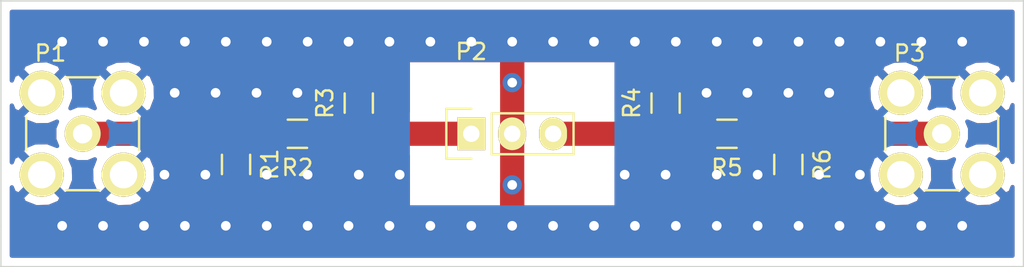
<source format=kicad_pcb>
(kicad_pcb (version 4) (host pcbnew 4.0.2-stable)

  (general
    (links 0)
    (no_connects 1)
    (area 113.176191 130.759999 177.65381 147.370001)
    (thickness 1.6)
    (drawings 10)
    (tracks 16)
    (zones 0)
    (modules 77)
    (nets 6)
  )

  (page A4)
  (layers
    (0 F.Cu signal)
    (31 B.Cu signal)
    (32 B.Adhes user hide)
    (33 F.Adhes user hide)
    (34 B.Paste user hide)
    (35 F.Paste user hide)
    (36 B.SilkS user)
    (37 F.SilkS user)
    (38 B.Mask user hide)
    (39 F.Mask user hide)
    (40 Dwgs.User user)
    (41 Cmts.User user)
    (42 Eco1.User user)
    (43 Eco2.User user)
    (44 Edge.Cuts user)
    (45 Margin user)
    (46 B.CrtYd user)
    (47 F.CrtYd user)
    (48 B.Fab user)
    (49 F.Fab user)
  )

  (setup
    (last_trace_width 0.25)
    (trace_clearance 0.2)
    (zone_clearance 0.508)
    (zone_45_only no)
    (trace_min 0.2)
    (segment_width 0.2)
    (edge_width 0.15)
    (via_size 0.6)
    (via_drill 0.4)
    (via_min_size 0.4)
    (via_min_drill 0.3)
    (uvia_size 0.3)
    (uvia_drill 0.1)
    (uvias_allowed no)
    (uvia_min_size 0.2)
    (uvia_min_drill 0.1)
    (pcb_text_width 0.3)
    (pcb_text_size 1.5 1.5)
    (mod_edge_width 0.15)
    (mod_text_size 1 1)
    (mod_text_width 0.15)
    (pad_size 1.2 1.2)
    (pad_drill 0.6)
    (pad_to_mask_clearance 0.2)
    (aux_axis_origin 0 0)
    (visible_elements FFFEFF7F)
    (pcbplotparams
      (layerselection 0x00000_80000000)
      (usegerberextensions false)
      (excludeedgelayer false)
      (linewidth 0.100000)
      (plotframeref false)
      (viasonmask false)
      (mode 1)
      (useauxorigin false)
      (hpglpennumber 1)
      (hpglpenspeed 20)
      (hpglpendiameter 15)
      (hpglpenoverlay 2)
      (psnegative false)
      (psa4output false)
      (plotreference false)
      (plotvalue false)
      (plotinvisibletext false)
      (padsonsilk false)
      (subtractmaskfromsilk false)
      (outputformat 4)
      (mirror false)
      (drillshape 1)
      (scaleselection 1)
      (outputdirectory SVG/))
  )

  (net 0 "")
  (net 1 GND)
  (net 2 "Net-(P1-Pad1)")
  (net 3 "Net-(P2-Pad1)")
  (net 4 "Net-(P2-Pad3)")
  (net 5 "Net-(P3-Pad1)")

  (net_class Default "This is the default net class."
    (clearance 0.2)
    (trace_width 0.25)
    (via_dia 0.6)
    (via_drill 0.4)
    (uvia_dia 0.3)
    (uvia_drill 0.1)
    (add_net GND)
    (add_net "Net-(P1-Pad1)")
    (add_net "Net-(P2-Pad1)")
    (add_net "Net-(P2-Pad3)")
    (add_net "Net-(P3-Pad1)")
  )

  (module vias:Via_12-06 (layer F.Cu) (tedit 57AEE8BF) (tstamp 57AEEB31)
    (at 145.415 142.24)
    (fp_text reference REF** (at 0 1.27) (layer F.SilkS) hide
      (effects (font (size 1 1) (thickness 0.15)))
    )
    (fp_text value Via_12-06 (at 0 -1.27) (layer F.Fab) hide
      (effects (font (size 1 1) (thickness 0.15)))
    )
    (pad 1 thru_hole circle (at 0 0) (size 1.2 1.2) (drill 0.6) (layers *.Cu)
      (net 1 GND) (zone_connect 2))
  )

  (module vias:Via_12-06 (layer F.Cu) (tedit 57AEE8BF) (tstamp 57AEEB2C)
    (at 145.415 135.89)
    (fp_text reference REF** (at 0 1.27) (layer F.SilkS) hide
      (effects (font (size 1 1) (thickness 0.15)))
    )
    (fp_text value Via_12-06 (at 0 -1.27) (layer F.Fab) hide
      (effects (font (size 1 1) (thickness 0.15)))
    )
    (pad 1 thru_hole circle (at 0 0) (size 1.2 1.2) (drill 0.6) (layers *.Cu)
      (net 1 GND) (zone_connect 2))
  )

  (module vias:Via_12-06 (layer F.Cu) (tedit 57AEE8BF) (tstamp 57AEEB02)
    (at 165.1 136.525)
    (fp_text reference REF** (at 0 1.27) (layer F.SilkS) hide
      (effects (font (size 1 1) (thickness 0.15)))
    )
    (fp_text value Via_12-06 (at 0 -1.27) (layer F.Fab) hide
      (effects (font (size 1 1) (thickness 0.15)))
    )
    (pad 1 thru_hole circle (at 0 0) (size 1.2 1.2) (drill 0.6) (layers *.Cu)
      (net 1 GND) (zone_connect 2))
  )

  (module vias:Via_12-06 (layer F.Cu) (tedit 57AEE8BF) (tstamp 57AEEAFE)
    (at 162.56 136.525)
    (fp_text reference REF** (at 0 1.27) (layer F.SilkS) hide
      (effects (font (size 1 1) (thickness 0.15)))
    )
    (fp_text value Via_12-06 (at 0 -1.27) (layer F.Fab) hide
      (effects (font (size 1 1) (thickness 0.15)))
    )
    (pad 1 thru_hole circle (at 0 0) (size 1.2 1.2) (drill 0.6) (layers *.Cu)
      (net 1 GND) (zone_connect 2))
  )

  (module vias:Via_12-06 (layer F.Cu) (tedit 57AEE8BF) (tstamp 57AEEAFA)
    (at 160.02 136.525)
    (fp_text reference REF** (at 0 1.27) (layer F.SilkS) hide
      (effects (font (size 1 1) (thickness 0.15)))
    )
    (fp_text value Via_12-06 (at 0 -1.27) (layer F.Fab) hide
      (effects (font (size 1 1) (thickness 0.15)))
    )
    (pad 1 thru_hole circle (at 0 0) (size 1.2 1.2) (drill 0.6) (layers *.Cu)
      (net 1 GND) (zone_connect 2))
  )

  (module vias:Via_12-06 (layer F.Cu) (tedit 57AEE8BF) (tstamp 57AEEAF6)
    (at 157.48 136.525)
    (fp_text reference REF** (at 0 1.27) (layer F.SilkS) hide
      (effects (font (size 1 1) (thickness 0.15)))
    )
    (fp_text value Via_12-06 (at 0 -1.27) (layer F.Fab) hide
      (effects (font (size 1 1) (thickness 0.15)))
    )
    (pad 1 thru_hole circle (at 0 0) (size 1.2 1.2) (drill 0.6) (layers *.Cu)
      (net 1 GND) (zone_connect 2))
  )

  (module vias:Via_12-06 (layer F.Cu) (tedit 57AEE8BF) (tstamp 57AEEAF2)
    (at 132.08 136.525)
    (fp_text reference REF** (at 0 1.27) (layer F.SilkS) hide
      (effects (font (size 1 1) (thickness 0.15)))
    )
    (fp_text value Via_12-06 (at 0 -1.27) (layer F.Fab) hide
      (effects (font (size 1 1) (thickness 0.15)))
    )
    (pad 1 thru_hole circle (at 0 0) (size 1.2 1.2) (drill 0.6) (layers *.Cu)
      (net 1 GND) (zone_connect 2))
  )

  (module vias:Via_12-06 (layer F.Cu) (tedit 57AEE8BF) (tstamp 57AEEAEE)
    (at 129.54 136.525)
    (fp_text reference REF** (at 0 1.27) (layer F.SilkS) hide
      (effects (font (size 1 1) (thickness 0.15)))
    )
    (fp_text value Via_12-06 (at 0 -1.27) (layer F.Fab) hide
      (effects (font (size 1 1) (thickness 0.15)))
    )
    (pad 1 thru_hole circle (at 0 0) (size 1.2 1.2) (drill 0.6) (layers *.Cu)
      (net 1 GND) (zone_connect 2))
  )

  (module vias:Via_12-06 (layer F.Cu) (tedit 57AEE8BF) (tstamp 57AEEAE4)
    (at 127 136.525)
    (fp_text reference REF** (at 0 1.27) (layer F.SilkS) hide
      (effects (font (size 1 1) (thickness 0.15)))
    )
    (fp_text value Via_12-06 (at 0 -1.27) (layer F.Fab) hide
      (effects (font (size 1 1) (thickness 0.15)))
    )
    (pad 1 thru_hole circle (at 0 0) (size 1.2 1.2) (drill 0.6) (layers *.Cu)
      (net 1 GND) (zone_connect 2))
  )

  (module vias:Via_12-06 (layer F.Cu) (tedit 57AEE8BF) (tstamp 57AEEADA)
    (at 124.46 136.525)
    (fp_text reference REF** (at 0 1.27) (layer F.SilkS) hide
      (effects (font (size 1 1) (thickness 0.15)))
    )
    (fp_text value Via_12-06 (at 0 -1.27) (layer F.Fab) hide
      (effects (font (size 1 1) (thickness 0.15)))
    )
    (pad 1 thru_hole circle (at 0 0) (size 1.2 1.2) (drill 0.6) (layers *.Cu)
      (net 1 GND) (zone_connect 2))
  )

  (module vias:Via_12-06 (layer F.Cu) (tedit 57AEE8BF) (tstamp 57AEEAB4)
    (at 125.095 133.35)
    (fp_text reference REF** (at 0 1.27) (layer F.SilkS) hide
      (effects (font (size 1 1) (thickness 0.15)))
    )
    (fp_text value Via_12-06 (at 0 -1.27) (layer F.Fab) hide
      (effects (font (size 1 1) (thickness 0.15)))
    )
    (pad 1 thru_hole circle (at 0 0) (size 1.2 1.2) (drill 0.6) (layers *.Cu)
      (net 1 GND) (zone_connect 2))
  )

  (module vias:Via_12-06 (layer F.Cu) (tedit 57AEE8BF) (tstamp 57AEEAB0)
    (at 122.555 133.35)
    (fp_text reference REF** (at 0 1.27) (layer F.SilkS) hide
      (effects (font (size 1 1) (thickness 0.15)))
    )
    (fp_text value Via_12-06 (at 0 -1.27) (layer F.Fab) hide
      (effects (font (size 1 1) (thickness 0.15)))
    )
    (pad 1 thru_hole circle (at 0 0) (size 1.2 1.2) (drill 0.6) (layers *.Cu)
      (net 1 GND) (zone_connect 2))
  )

  (module vias:Via_12-06 (layer F.Cu) (tedit 57AEE8BF) (tstamp 57AEEAAC)
    (at 117.475 133.35)
    (fp_text reference REF** (at 0 1.27) (layer F.SilkS) hide
      (effects (font (size 1 1) (thickness 0.15)))
    )
    (fp_text value Via_12-06 (at 0 -1.27) (layer F.Fab) hide
      (effects (font (size 1 1) (thickness 0.15)))
    )
    (pad 1 thru_hole circle (at 0 0) (size 1.2 1.2) (drill 0.6) (layers *.Cu)
      (net 1 GND) (zone_connect 2))
  )

  (module vias:Via_12-06 (layer F.Cu) (tedit 57AEE8BF) (tstamp 57AEEAA8)
    (at 120.015 133.35)
    (fp_text reference REF** (at 0 1.27) (layer F.SilkS) hide
      (effects (font (size 1 1) (thickness 0.15)))
    )
    (fp_text value Via_12-06 (at 0 -1.27) (layer F.Fab) hide
      (effects (font (size 1 1) (thickness 0.15)))
    )
    (pad 1 thru_hole circle (at 0 0) (size 1.2 1.2) (drill 0.6) (layers *.Cu)
      (net 1 GND) (zone_connect 2))
  )

  (module vias:Via_12-06 (layer F.Cu) (tedit 57AEE8BF) (tstamp 57AEEAA4)
    (at 132.715 133.35)
    (fp_text reference REF** (at 0 1.27) (layer F.SilkS) hide
      (effects (font (size 1 1) (thickness 0.15)))
    )
    (fp_text value Via_12-06 (at 0 -1.27) (layer F.Fab) hide
      (effects (font (size 1 1) (thickness 0.15)))
    )
    (pad 1 thru_hole circle (at 0 0) (size 1.2 1.2) (drill 0.6) (layers *.Cu)
      (net 1 GND) (zone_connect 2))
  )

  (module vias:Via_12-06 (layer F.Cu) (tedit 57AEE8BF) (tstamp 57AEEAA0)
    (at 130.175 133.35)
    (fp_text reference REF** (at 0 1.27) (layer F.SilkS) hide
      (effects (font (size 1 1) (thickness 0.15)))
    )
    (fp_text value Via_12-06 (at 0 -1.27) (layer F.Fab) hide
      (effects (font (size 1 1) (thickness 0.15)))
    )
    (pad 1 thru_hole circle (at 0 0) (size 1.2 1.2) (drill 0.6) (layers *.Cu)
      (net 1 GND) (zone_connect 2))
  )

  (module vias:Via_12-06 (layer F.Cu) (tedit 57AEE8BF) (tstamp 57AEEA9C)
    (at 127.635 133.35)
    (fp_text reference REF** (at 0 1.27) (layer F.SilkS) hide
      (effects (font (size 1 1) (thickness 0.15)))
    )
    (fp_text value Via_12-06 (at 0 -1.27) (layer F.Fab) hide
      (effects (font (size 1 1) (thickness 0.15)))
    )
    (pad 1 thru_hole circle (at 0 0) (size 1.2 1.2) (drill 0.6) (layers *.Cu)
      (net 1 GND) (zone_connect 2))
  )

  (module vias:Via_12-06 (layer F.Cu) (tedit 57AEE8BF) (tstamp 57AEEA98)
    (at 165.735 133.35)
    (fp_text reference REF** (at 0 1.27) (layer F.SilkS) hide
      (effects (font (size 1 1) (thickness 0.15)))
    )
    (fp_text value Via_12-06 (at 0 -1.27) (layer F.Fab) hide
      (effects (font (size 1 1) (thickness 0.15)))
    )
    (pad 1 thru_hole circle (at 0 0) (size 1.2 1.2) (drill 0.6) (layers *.Cu)
      (net 1 GND) (zone_connect 2))
  )

  (module vias:Via_12-06 (layer F.Cu) (tedit 57AEE8BF) (tstamp 57AEEA94)
    (at 163.195 133.35)
    (fp_text reference REF** (at 0 1.27) (layer F.SilkS) hide
      (effects (font (size 1 1) (thickness 0.15)))
    )
    (fp_text value Via_12-06 (at 0 -1.27) (layer F.Fab) hide
      (effects (font (size 1 1) (thickness 0.15)))
    )
    (pad 1 thru_hole circle (at 0 0) (size 1.2 1.2) (drill 0.6) (layers *.Cu)
      (net 1 GND) (zone_connect 2))
  )

  (module vias:Via_12-06 (layer F.Cu) (tedit 57AEE8BF) (tstamp 57AEEA90)
    (at 160.655 133.35)
    (fp_text reference REF** (at 0 1.27) (layer F.SilkS) hide
      (effects (font (size 1 1) (thickness 0.15)))
    )
    (fp_text value Via_12-06 (at 0 -1.27) (layer F.Fab) hide
      (effects (font (size 1 1) (thickness 0.15)))
    )
    (pad 1 thru_hole circle (at 0 0) (size 1.2 1.2) (drill 0.6) (layers *.Cu)
      (net 1 GND) (zone_connect 2))
  )

  (module vias:Via_12-06 (layer F.Cu) (tedit 57AEE8BF) (tstamp 57AEEA8C)
    (at 158.115 133.35)
    (fp_text reference REF** (at 0 1.27) (layer F.SilkS) hide
      (effects (font (size 1 1) (thickness 0.15)))
    )
    (fp_text value Via_12-06 (at 0 -1.27) (layer F.Fab) hide
      (effects (font (size 1 1) (thickness 0.15)))
    )
    (pad 1 thru_hole circle (at 0 0) (size 1.2 1.2) (drill 0.6) (layers *.Cu)
      (net 1 GND) (zone_connect 2))
  )

  (module vias:Via_12-06 (layer F.Cu) (tedit 57AEE8BF) (tstamp 57AEEA88)
    (at 155.575 133.35)
    (fp_text reference REF** (at 0 1.27) (layer F.SilkS) hide
      (effects (font (size 1 1) (thickness 0.15)))
    )
    (fp_text value Via_12-06 (at 0 -1.27) (layer F.Fab) hide
      (effects (font (size 1 1) (thickness 0.15)))
    )
    (pad 1 thru_hole circle (at 0 0) (size 1.2 1.2) (drill 0.6) (layers *.Cu)
      (net 1 GND) (zone_connect 2))
  )

  (module vias:Via_12-06 (layer F.Cu) (tedit 57AEE8BF) (tstamp 57AEEA84)
    (at 173.355 133.35)
    (fp_text reference REF** (at 0 1.27) (layer F.SilkS) hide
      (effects (font (size 1 1) (thickness 0.15)))
    )
    (fp_text value Via_12-06 (at 0 -1.27) (layer F.Fab) hide
      (effects (font (size 1 1) (thickness 0.15)))
    )
    (pad 1 thru_hole circle (at 0 0) (size 1.2 1.2) (drill 0.6) (layers *.Cu)
      (net 1 GND) (zone_connect 2))
  )

  (module vias:Via_12-06 (layer F.Cu) (tedit 57AEE8BF) (tstamp 57AEEA80)
    (at 170.815 133.35)
    (fp_text reference REF** (at 0 1.27) (layer F.SilkS) hide
      (effects (font (size 1 1) (thickness 0.15)))
    )
    (fp_text value Via_12-06 (at 0 -1.27) (layer F.Fab) hide
      (effects (font (size 1 1) (thickness 0.15)))
    )
    (pad 1 thru_hole circle (at 0 0) (size 1.2 1.2) (drill 0.6) (layers *.Cu)
      (net 1 GND) (zone_connect 2))
  )

  (module vias:Via_12-06 (layer F.Cu) (tedit 57AEE8BF) (tstamp 57AEEA7C)
    (at 168.275 133.35)
    (fp_text reference REF** (at 0 1.27) (layer F.SilkS) hide
      (effects (font (size 1 1) (thickness 0.15)))
    )
    (fp_text value Via_12-06 (at 0 -1.27) (layer F.Fab) hide
      (effects (font (size 1 1) (thickness 0.15)))
    )
    (pad 1 thru_hole circle (at 0 0) (size 1.2 1.2) (drill 0.6) (layers *.Cu)
      (net 1 GND) (zone_connect 2))
  )

  (module vias:Via_12-06 (layer F.Cu) (tedit 57AEE8BF) (tstamp 57AEEA78)
    (at 153.035 133.35)
    (fp_text reference REF** (at 0 1.27) (layer F.SilkS) hide
      (effects (font (size 1 1) (thickness 0.15)))
    )
    (fp_text value Via_12-06 (at 0 -1.27) (layer F.Fab) hide
      (effects (font (size 1 1) (thickness 0.15)))
    )
    (pad 1 thru_hole circle (at 0 0) (size 1.2 1.2) (drill 0.6) (layers *.Cu)
      (net 1 GND) (zone_connect 2))
  )

  (module vias:Via_12-06 (layer F.Cu) (tedit 57AEE8BF) (tstamp 57AEEA74)
    (at 150.495 133.35)
    (fp_text reference REF** (at 0 1.27) (layer F.SilkS) hide
      (effects (font (size 1 1) (thickness 0.15)))
    )
    (fp_text value Via_12-06 (at 0 -1.27) (layer F.Fab) hide
      (effects (font (size 1 1) (thickness 0.15)))
    )
    (pad 1 thru_hole circle (at 0 0) (size 1.2 1.2) (drill 0.6) (layers *.Cu)
      (net 1 GND) (zone_connect 2))
  )

  (module vias:Via_12-06 (layer F.Cu) (tedit 57AEE8BF) (tstamp 57AEEA70)
    (at 147.955 133.35)
    (fp_text reference REF** (at 0 1.27) (layer F.SilkS) hide
      (effects (font (size 1 1) (thickness 0.15)))
    )
    (fp_text value Via_12-06 (at 0 -1.27) (layer F.Fab) hide
      (effects (font (size 1 1) (thickness 0.15)))
    )
    (pad 1 thru_hole circle (at 0 0) (size 1.2 1.2) (drill 0.6) (layers *.Cu)
      (net 1 GND) (zone_connect 2))
  )

  (module vias:Via_12-06 (layer F.Cu) (tedit 57AEE8BF) (tstamp 57AEEA6C)
    (at 145.415 133.35)
    (fp_text reference REF** (at 0 1.27) (layer F.SilkS) hide
      (effects (font (size 1 1) (thickness 0.15)))
    )
    (fp_text value Via_12-06 (at 0 -1.27) (layer F.Fab) hide
      (effects (font (size 1 1) (thickness 0.15)))
    )
    (pad 1 thru_hole circle (at 0 0) (size 1.2 1.2) (drill 0.6) (layers *.Cu)
      (net 1 GND) (zone_connect 2))
  )

  (module vias:Via_12-06 (layer F.Cu) (tedit 57AEE8BF) (tstamp 57AEEA68)
    (at 142.875 133.35)
    (fp_text reference REF** (at 0 1.27) (layer F.SilkS) hide
      (effects (font (size 1 1) (thickness 0.15)))
    )
    (fp_text value Via_12-06 (at 0 -1.27) (layer F.Fab) hide
      (effects (font (size 1 1) (thickness 0.15)))
    )
    (pad 1 thru_hole circle (at 0 0) (size 1.2 1.2) (drill 0.6) (layers *.Cu)
      (net 1 GND) (zone_connect 2))
  )

  (module vias:Via_12-06 (layer F.Cu) (tedit 57AEE8BF) (tstamp 57AEEA64)
    (at 140.335 133.35)
    (fp_text reference REF** (at 0 1.27) (layer F.SilkS) hide
      (effects (font (size 1 1) (thickness 0.15)))
    )
    (fp_text value Via_12-06 (at 0 -1.27) (layer F.Fab) hide
      (effects (font (size 1 1) (thickness 0.15)))
    )
    (pad 1 thru_hole circle (at 0 0) (size 1.2 1.2) (drill 0.6) (layers *.Cu)
      (net 1 GND) (zone_connect 2))
  )

  (module vias:Via_12-06 (layer F.Cu) (tedit 57AEE8BF) (tstamp 57AEEA60)
    (at 137.795 133.35)
    (fp_text reference REF** (at 0 1.27) (layer F.SilkS) hide
      (effects (font (size 1 1) (thickness 0.15)))
    )
    (fp_text value Via_12-06 (at 0 -1.27) (layer F.Fab) hide
      (effects (font (size 1 1) (thickness 0.15)))
    )
    (pad 1 thru_hole circle (at 0 0) (size 1.2 1.2) (drill 0.6) (layers *.Cu)
      (net 1 GND) (zone_connect 2))
  )

  (module vias:Via_12-06 (layer F.Cu) (tedit 57AEE8BF) (tstamp 57AEEA5C)
    (at 135.255 133.35)
    (fp_text reference REF** (at 0 1.27) (layer F.SilkS) hide
      (effects (font (size 1 1) (thickness 0.15)))
    )
    (fp_text value Via_12-06 (at 0 -1.27) (layer F.Fab) hide
      (effects (font (size 1 1) (thickness 0.15)))
    )
    (pad 1 thru_hole circle (at 0 0) (size 1.2 1.2) (drill 0.6) (layers *.Cu)
      (net 1 GND) (zone_connect 2))
  )

  (module vias:Via_12-06 (layer F.Cu) (tedit 57AEE8BF) (tstamp 57AEE9E6)
    (at 167.005 141.605)
    (fp_text reference REF** (at 0 1.27) (layer F.SilkS) hide
      (effects (font (size 1 1) (thickness 0.15)))
    )
    (fp_text value Via_12-06 (at 0 -1.27) (layer F.Fab) hide
      (effects (font (size 1 1) (thickness 0.15)))
    )
    (pad 1 thru_hole circle (at 0 0) (size 1.2 1.2) (drill 0.6) (layers *.Cu)
      (net 1 GND) (zone_connect 2))
  )

  (module vias:Via_12-06 (layer F.Cu) (tedit 57AEE8BF) (tstamp 57AEE9E0)
    (at 164.465 141.605)
    (fp_text reference REF** (at 0 1.27) (layer F.SilkS) hide
      (effects (font (size 1 1) (thickness 0.15)))
    )
    (fp_text value Via_12-06 (at 0 -1.27) (layer F.Fab) hide
      (effects (font (size 1 1) (thickness 0.15)))
    )
    (pad 1 thru_hole circle (at 0 0) (size 1.2 1.2) (drill 0.6) (layers *.Cu)
      (net 1 GND) (zone_connect 2))
  )

  (module vias:Via_12-06 (layer F.Cu) (tedit 57AEE8BF) (tstamp 57AEE9D3)
    (at 160.655 141.605)
    (fp_text reference REF** (at 0 1.27) (layer F.SilkS) hide
      (effects (font (size 1 1) (thickness 0.15)))
    )
    (fp_text value Via_12-06 (at 0 -1.27) (layer F.Fab) hide
      (effects (font (size 1 1) (thickness 0.15)))
    )
    (pad 1 thru_hole circle (at 0 0) (size 1.2 1.2) (drill 0.6) (layers *.Cu)
      (net 1 GND) (zone_connect 2))
  )

  (module vias:Via_12-06 (layer F.Cu) (tedit 57AEE8BF) (tstamp 57AEE9CF)
    (at 158.115 141.605)
    (fp_text reference REF** (at 0 1.27) (layer F.SilkS) hide
      (effects (font (size 1 1) (thickness 0.15)))
    )
    (fp_text value Via_12-06 (at 0 -1.27) (layer F.Fab) hide
      (effects (font (size 1 1) (thickness 0.15)))
    )
    (pad 1 thru_hole circle (at 0 0) (size 1.2 1.2) (drill 0.6) (layers *.Cu)
      (net 1 GND) (zone_connect 2))
  )

  (module vias:Via_12-06 (layer F.Cu) (tedit 57AEE8BF) (tstamp 57AEE9CB)
    (at 154.94 141.605)
    (fp_text reference REF** (at 0 1.27) (layer F.SilkS) hide
      (effects (font (size 1 1) (thickness 0.15)))
    )
    (fp_text value Via_12-06 (at 0 -1.27) (layer F.Fab) hide
      (effects (font (size 1 1) (thickness 0.15)))
    )
    (pad 1 thru_hole circle (at 0 0) (size 1.2 1.2) (drill 0.6) (layers *.Cu)
      (net 1 GND) (zone_connect 2))
  )

  (module vias:Via_12-06 (layer F.Cu) (tedit 57AEE8BF) (tstamp 57AEE9C7)
    (at 152.4 141.605)
    (fp_text reference REF** (at 0 1.27) (layer F.SilkS) hide
      (effects (font (size 1 1) (thickness 0.15)))
    )
    (fp_text value Via_12-06 (at 0 -1.27) (layer F.Fab) hide
      (effects (font (size 1 1) (thickness 0.15)))
    )
    (pad 1 thru_hole circle (at 0 0) (size 1.2 1.2) (drill 0.6) (layers *.Cu)
      (net 1 GND) (zone_connect 2))
  )

  (module vias:Via_12-06 (layer F.Cu) (tedit 57AEE8BF) (tstamp 57AEE9C3)
    (at 138.43 141.605)
    (fp_text reference REF** (at 0 1.27) (layer F.SilkS) hide
      (effects (font (size 1 1) (thickness 0.15)))
    )
    (fp_text value Via_12-06 (at 0 -1.27) (layer F.Fab) hide
      (effects (font (size 1 1) (thickness 0.15)))
    )
    (pad 1 thru_hole circle (at 0 0) (size 1.2 1.2) (drill 0.6) (layers *.Cu)
      (net 1 GND) (zone_connect 2))
  )

  (module vias:Via_12-06 (layer F.Cu) (tedit 57AEE8BF) (tstamp 57AEE9BF)
    (at 135.89 141.605)
    (fp_text reference REF** (at 0 1.27) (layer F.SilkS) hide
      (effects (font (size 1 1) (thickness 0.15)))
    )
    (fp_text value Via_12-06 (at 0 -1.27) (layer F.Fab) hide
      (effects (font (size 1 1) (thickness 0.15)))
    )
    (pad 1 thru_hole circle (at 0 0) (size 1.2 1.2) (drill 0.6) (layers *.Cu)
      (net 1 GND) (zone_connect 2))
  )

  (module vias:Via_12-06 (layer F.Cu) (tedit 57AEE8BF) (tstamp 57AEE9BB)
    (at 132.715 141.605)
    (fp_text reference REF** (at 0 1.27) (layer F.SilkS) hide
      (effects (font (size 1 1) (thickness 0.15)))
    )
    (fp_text value Via_12-06 (at 0 -1.27) (layer F.Fab) hide
      (effects (font (size 1 1) (thickness 0.15)))
    )
    (pad 1 thru_hole circle (at 0 0) (size 1.2 1.2) (drill 0.6) (layers *.Cu)
      (net 1 GND) (zone_connect 2))
  )

  (module vias:Via_12-06 (layer F.Cu) (tedit 57AEE8BF) (tstamp 57AEE9B6)
    (at 130.175 141.605)
    (fp_text reference REF** (at 0 1.27) (layer F.SilkS) hide
      (effects (font (size 1 1) (thickness 0.15)))
    )
    (fp_text value Via_12-06 (at 0 -1.27) (layer F.Fab) hide
      (effects (font (size 1 1) (thickness 0.15)))
    )
    (pad 1 thru_hole circle (at 0 0) (size 1.2 1.2) (drill 0.6) (layers *.Cu)
      (net 1 GND) (zone_connect 2))
  )

  (module vias:Via_12-06 (layer F.Cu) (tedit 57AEE8BF) (tstamp 57AEE998)
    (at 173.355 144.78)
    (fp_text reference REF** (at 0 1.27) (layer F.SilkS) hide
      (effects (font (size 1 1) (thickness 0.15)))
    )
    (fp_text value Via_12-06 (at 0 -1.27) (layer F.Fab) hide
      (effects (font (size 1 1) (thickness 0.15)))
    )
    (pad 1 thru_hole circle (at 0 0) (size 1.2 1.2) (drill 0.6) (layers *.Cu)
      (net 1 GND) (zone_connect 2))
  )

  (module vias:Via_12-06 (layer F.Cu) (tedit 57AEE8BF) (tstamp 57AEE994)
    (at 170.815 144.78)
    (fp_text reference REF** (at 0 1.27) (layer F.SilkS) hide
      (effects (font (size 1 1) (thickness 0.15)))
    )
    (fp_text value Via_12-06 (at 0 -1.27) (layer F.Fab) hide
      (effects (font (size 1 1) (thickness 0.15)))
    )
    (pad 1 thru_hole circle (at 0 0) (size 1.2 1.2) (drill 0.6) (layers *.Cu)
      (net 1 GND) (zone_connect 2))
  )

  (module vias:Via_12-06 (layer F.Cu) (tedit 57AEE8BF) (tstamp 57AEE990)
    (at 168.275 144.78)
    (fp_text reference REF** (at 0 1.27) (layer F.SilkS) hide
      (effects (font (size 1 1) (thickness 0.15)))
    )
    (fp_text value Via_12-06 (at 0 -1.27) (layer F.Fab) hide
      (effects (font (size 1 1) (thickness 0.15)))
    )
    (pad 1 thru_hole circle (at 0 0) (size 1.2 1.2) (drill 0.6) (layers *.Cu)
      (net 1 GND) (zone_connect 2))
  )

  (module vias:Via_12-06 (layer F.Cu) (tedit 57AEE8BF) (tstamp 57AEE98C)
    (at 165.735 144.78)
    (fp_text reference REF** (at 0 1.27) (layer F.SilkS) hide
      (effects (font (size 1 1) (thickness 0.15)))
    )
    (fp_text value Via_12-06 (at 0 -1.27) (layer F.Fab) hide
      (effects (font (size 1 1) (thickness 0.15)))
    )
    (pad 1 thru_hole circle (at 0 0) (size 1.2 1.2) (drill 0.6) (layers *.Cu)
      (net 1 GND) (zone_connect 2))
  )

  (module vias:Via_12-06 (layer F.Cu) (tedit 57AEE8BF) (tstamp 57AEE988)
    (at 163.195 144.78)
    (fp_text reference REF** (at 0 1.27) (layer F.SilkS) hide
      (effects (font (size 1 1) (thickness 0.15)))
    )
    (fp_text value Via_12-06 (at 0 -1.27) (layer F.Fab) hide
      (effects (font (size 1 1) (thickness 0.15)))
    )
    (pad 1 thru_hole circle (at 0 0) (size 1.2 1.2) (drill 0.6) (layers *.Cu)
      (net 1 GND) (zone_connect 2))
  )

  (module vias:Via_12-06 (layer F.Cu) (tedit 57AEE8BF) (tstamp 57AEE984)
    (at 160.655 144.78)
    (fp_text reference REF** (at 0 1.27) (layer F.SilkS) hide
      (effects (font (size 1 1) (thickness 0.15)))
    )
    (fp_text value Via_12-06 (at 0 -1.27) (layer F.Fab) hide
      (effects (font (size 1 1) (thickness 0.15)))
    )
    (pad 1 thru_hole circle (at 0 0) (size 1.2 1.2) (drill 0.6) (layers *.Cu)
      (net 1 GND) (zone_connect 2))
  )

  (module vias:Via_12-06 (layer F.Cu) (tedit 57AEE8BF) (tstamp 57AEE980)
    (at 158.115 144.78)
    (fp_text reference REF** (at 0 1.27) (layer F.SilkS) hide
      (effects (font (size 1 1) (thickness 0.15)))
    )
    (fp_text value Via_12-06 (at 0 -1.27) (layer F.Fab) hide
      (effects (font (size 1 1) (thickness 0.15)))
    )
    (pad 1 thru_hole circle (at 0 0) (size 1.2 1.2) (drill 0.6) (layers *.Cu)
      (net 1 GND) (zone_connect 2))
  )

  (module vias:Via_12-06 (layer F.Cu) (tedit 57AEE8BF) (tstamp 57AEE97C)
    (at 155.575 144.78)
    (fp_text reference REF** (at 0 1.27) (layer F.SilkS) hide
      (effects (font (size 1 1) (thickness 0.15)))
    )
    (fp_text value Via_12-06 (at 0 -1.27) (layer F.Fab) hide
      (effects (font (size 1 1) (thickness 0.15)))
    )
    (pad 1 thru_hole circle (at 0 0) (size 1.2 1.2) (drill 0.6) (layers *.Cu)
      (net 1 GND) (zone_connect 2))
  )

  (module vias:Via_12-06 (layer F.Cu) (tedit 57AEE8BF) (tstamp 57AEE978)
    (at 153.035 144.78)
    (fp_text reference REF** (at 0 1.27) (layer F.SilkS) hide
      (effects (font (size 1 1) (thickness 0.15)))
    )
    (fp_text value Via_12-06 (at 0 -1.27) (layer F.Fab) hide
      (effects (font (size 1 1) (thickness 0.15)))
    )
    (pad 1 thru_hole circle (at 0 0) (size 1.2 1.2) (drill 0.6) (layers *.Cu)
      (net 1 GND) (zone_connect 2))
  )

  (module vias:Via_12-06 (layer F.Cu) (tedit 57AEE8BF) (tstamp 57AEE974)
    (at 150.495 144.78)
    (fp_text reference REF** (at 0 1.27) (layer F.SilkS) hide
      (effects (font (size 1 1) (thickness 0.15)))
    )
    (fp_text value Via_12-06 (at 0 -1.27) (layer F.Fab) hide
      (effects (font (size 1 1) (thickness 0.15)))
    )
    (pad 1 thru_hole circle (at 0 0) (size 1.2 1.2) (drill 0.6) (layers *.Cu)
      (net 1 GND) (zone_connect 2))
  )

  (module vias:Via_12-06 (layer F.Cu) (tedit 57AEE8BF) (tstamp 57AEE970)
    (at 147.955 144.78)
    (fp_text reference REF** (at 0 1.27) (layer F.SilkS) hide
      (effects (font (size 1 1) (thickness 0.15)))
    )
    (fp_text value Via_12-06 (at 0 -1.27) (layer F.Fab) hide
      (effects (font (size 1 1) (thickness 0.15)))
    )
    (pad 1 thru_hole circle (at 0 0) (size 1.2 1.2) (drill 0.6) (layers *.Cu)
      (net 1 GND) (zone_connect 2))
  )

  (module vias:Via_12-06 (layer F.Cu) (tedit 57AEE8BF) (tstamp 57AEE96C)
    (at 145.415 144.78)
    (fp_text reference REF** (at 0 1.27) (layer F.SilkS) hide
      (effects (font (size 1 1) (thickness 0.15)))
    )
    (fp_text value Via_12-06 (at 0 -1.27) (layer F.Fab) hide
      (effects (font (size 1 1) (thickness 0.15)))
    )
    (pad 1 thru_hole circle (at 0 0) (size 1.2 1.2) (drill 0.6) (layers *.Cu)
      (net 1 GND) (zone_connect 2))
  )

  (module vias:Via_12-06 (layer F.Cu) (tedit 57AEE8BF) (tstamp 57AEE968)
    (at 142.875 144.78)
    (fp_text reference REF** (at 0 1.27) (layer F.SilkS) hide
      (effects (font (size 1 1) (thickness 0.15)))
    )
    (fp_text value Via_12-06 (at 0 -1.27) (layer F.Fab) hide
      (effects (font (size 1 1) (thickness 0.15)))
    )
    (pad 1 thru_hole circle (at 0 0) (size 1.2 1.2) (drill 0.6) (layers *.Cu)
      (net 1 GND) (zone_connect 2))
  )

  (module vias:Via_12-06 (layer F.Cu) (tedit 57AEE8BF) (tstamp 57AEE964)
    (at 140.335 144.78)
    (fp_text reference REF** (at 0 1.27) (layer F.SilkS) hide
      (effects (font (size 1 1) (thickness 0.15)))
    )
    (fp_text value Via_12-06 (at 0 -1.27) (layer F.Fab) hide
      (effects (font (size 1 1) (thickness 0.15)))
    )
    (pad 1 thru_hole circle (at 0 0) (size 1.2 1.2) (drill 0.6) (layers *.Cu)
      (net 1 GND) (zone_connect 2))
  )

  (module vias:Via_12-06 (layer F.Cu) (tedit 57AEE8BF) (tstamp 57AEE960)
    (at 137.795 144.78)
    (fp_text reference REF** (at 0 1.27) (layer F.SilkS) hide
      (effects (font (size 1 1) (thickness 0.15)))
    )
    (fp_text value Via_12-06 (at 0 -1.27) (layer F.Fab) hide
      (effects (font (size 1 1) (thickness 0.15)))
    )
    (pad 1 thru_hole circle (at 0 0) (size 1.2 1.2) (drill 0.6) (layers *.Cu)
      (net 1 GND) (zone_connect 2))
  )

  (module vias:Via_12-06 (layer F.Cu) (tedit 57AEE8BF) (tstamp 57AEE95C)
    (at 135.255 144.78)
    (fp_text reference REF** (at 0 1.27) (layer F.SilkS) hide
      (effects (font (size 1 1) (thickness 0.15)))
    )
    (fp_text value Via_12-06 (at 0 -1.27) (layer F.Fab) hide
      (effects (font (size 1 1) (thickness 0.15)))
    )
    (pad 1 thru_hole circle (at 0 0) (size 1.2 1.2) (drill 0.6) (layers *.Cu)
      (net 1 GND) (zone_connect 2))
  )

  (module vias:Via_12-06 (layer F.Cu) (tedit 57AEE8BF) (tstamp 57AEE958)
    (at 132.715 144.78)
    (fp_text reference REF** (at 0 1.27) (layer F.SilkS) hide
      (effects (font (size 1 1) (thickness 0.15)))
    )
    (fp_text value Via_12-06 (at 0 -1.27) (layer F.Fab) hide
      (effects (font (size 1 1) (thickness 0.15)))
    )
    (pad 1 thru_hole circle (at 0 0) (size 1.2 1.2) (drill 0.6) (layers *.Cu)
      (net 1 GND) (zone_connect 2))
  )

  (module vias:Via_12-06 (layer F.Cu) (tedit 57AEE8BF) (tstamp 57AEE954)
    (at 130.175 144.78)
    (fp_text reference REF** (at 0 1.27) (layer F.SilkS) hide
      (effects (font (size 1 1) (thickness 0.15)))
    )
    (fp_text value Via_12-06 (at 0 -1.27) (layer F.Fab) hide
      (effects (font (size 1 1) (thickness 0.15)))
    )
    (pad 1 thru_hole circle (at 0 0) (size 1.2 1.2) (drill 0.6) (layers *.Cu)
      (net 1 GND) (zone_connect 2))
  )

  (module vias:Via_12-06 (layer F.Cu) (tedit 57AEE8BF) (tstamp 57AEE950)
    (at 127.635 144.78)
    (fp_text reference REF** (at 0 1.27) (layer F.SilkS) hide
      (effects (font (size 1 1) (thickness 0.15)))
    )
    (fp_text value Via_12-06 (at 0 -1.27) (layer F.Fab) hide
      (effects (font (size 1 1) (thickness 0.15)))
    )
    (pad 1 thru_hole circle (at 0 0) (size 1.2 1.2) (drill 0.6) (layers *.Cu)
      (net 1 GND) (zone_connect 2))
  )

  (module vias:Via_12-06 (layer F.Cu) (tedit 57AEE8BF) (tstamp 57AEE94C)
    (at 125.095 144.78)
    (fp_text reference REF** (at 0 1.27) (layer F.SilkS) hide
      (effects (font (size 1 1) (thickness 0.15)))
    )
    (fp_text value Via_12-06 (at 0 -1.27) (layer F.Fab) hide
      (effects (font (size 1 1) (thickness 0.15)))
    )
    (pad 1 thru_hole circle (at 0 0) (size 1.2 1.2) (drill 0.6) (layers *.Cu)
      (net 1 GND) (zone_connect 2))
  )

  (module vias:Via_12-06 (layer F.Cu) (tedit 57AEE8BF) (tstamp 57AEE948)
    (at 122.555 144.78)
    (fp_text reference REF** (at 0 1.27) (layer F.SilkS) hide
      (effects (font (size 1 1) (thickness 0.15)))
    )
    (fp_text value Via_12-06 (at 0 -1.27) (layer F.Fab) hide
      (effects (font (size 1 1) (thickness 0.15)))
    )
    (pad 1 thru_hole circle (at 0 0) (size 1.2 1.2) (drill 0.6) (layers *.Cu)
      (net 1 GND) (zone_connect 2))
  )

  (module vias:Via_12-06 (layer F.Cu) (tedit 57AEE8BF) (tstamp 57AEE8E9)
    (at 120.015 144.78)
    (fp_text reference REF** (at 0 1.27) (layer F.SilkS) hide
      (effects (font (size 1 1) (thickness 0.15)))
    )
    (fp_text value Via_12-06 (at 0 -1.27) (layer F.Fab) hide
      (effects (font (size 1 1) (thickness 0.15)))
    )
    (pad 1 thru_hole circle (at 0 0) (size 1.2 1.2) (drill 0.6) (layers *.Cu)
      (net 1 GND) (zone_connect 2))
  )

  (module vias:Via_12-06 (layer F.Cu) (tedit 57AEE8BF) (tstamp 57AEE8E0)
    (at 117.475 144.78)
    (fp_text reference REF** (at 0 1.27) (layer F.SilkS) hide
      (effects (font (size 1 1) (thickness 0.15)))
    )
    (fp_text value Via_12-06 (at 0 -1.27) (layer F.Fab) hide
      (effects (font (size 1 1) (thickness 0.15)))
    )
    (pad 1 thru_hole circle (at 0 0) (size 1.2 1.2) (drill 0.6) (layers *.Cu)
      (net 1 GND) (zone_connect 2))
  )

  (module vias:Via_12-06 (layer F.Cu) (tedit 57AEE8BF) (tstamp 57AEE8D3)
    (at 126.365 141.605)
    (fp_text reference REF** (at 0 1.27) (layer F.SilkS) hide
      (effects (font (size 1 1) (thickness 0.15)))
    )
    (fp_text value Via_12-06 (at 0 -1.27) (layer F.Fab) hide
      (effects (font (size 1 1) (thickness 0.15)))
    )
    (pad 1 thru_hole circle (at 0 0) (size 1.2 1.2) (drill 0.6) (layers *.Cu)
      (net 1 GND) (zone_connect 2))
  )

  (module Connect:SMB_Straight (layer F.Cu) (tedit 5541ED7C) (tstamp 57AE4C34)
    (at 118.745 139.065)
    (descr "SMB pcb mounting jack")
    (tags "SMB Jack  Striaght")
    (path /57AE4743)
    (fp_text reference P1 (at -2 -5) (layer F.SilkS)
      (effects (font (size 1 1) (thickness 0.15)))
    )
    (fp_text value BNC (at 0.25 0) (layer F.Fab)
      (effects (font (size 1 1) (thickness 0.15)))
    )
    (fp_line (start -4.25 -4.25) (end 4.25 -4.25) (layer B.CrtYd) (width 0.05))
    (fp_line (start 4.25 -4.25) (end 4.25 4.25) (layer B.CrtYd) (width 0.05))
    (fp_line (start 4.25 4.25) (end -4.25 4.25) (layer B.CrtYd) (width 0.05))
    (fp_line (start -4.25 4.25) (end -4.25 -4.25) (layer B.CrtYd) (width 0.05))
    (fp_line (start 4.25 4.25) (end -4.25 4.25) (layer F.CrtYd) (width 0.05))
    (fp_line (start -4.25 4.25) (end -4.25 -4.25) (layer F.CrtYd) (width 0.05))
    (fp_line (start 4.25 -4.25) (end 4.25 4.25) (layer F.CrtYd) (width 0.05))
    (fp_line (start -4.25 -4.25) (end 4.25 -4.25) (layer F.CrtYd) (width 0.05))
    (fp_line (start -1 -3.5052) (end 1 -3.5052) (layer F.SilkS) (width 0.15))
    (fp_line (start 3.5052 -1) (end 3.5052 1) (layer F.SilkS) (width 0.15))
    (fp_line (start 1 3.5052) (end -1 3.5052) (layer F.SilkS) (width 0.15))
    (fp_line (start -3.5052 1) (end -3.5052 -1) (layer F.SilkS) (width 0.15))
    (pad 2 thru_hole circle (at -2.54 2.54) (size 2.74 2.74) (drill 1.7) (layers *.Cu *.Mask F.SilkS)
      (net 1 GND))
    (pad 2 thru_hole circle (at 2.54 2.54) (size 2.74 2.74) (drill 1.7) (layers *.Cu *.Mask F.SilkS)
      (net 1 GND))
    (pad 2 thru_hole circle (at 2.54 -2.54) (size 2.74 2.74) (drill 1.7) (layers *.Cu *.Mask F.SilkS)
      (net 1 GND))
    (pad 2 thru_hole circle (at -2.54 -2.54) (size 2.74 2.74) (drill 1.7) (layers *.Cu *.Mask F.SilkS)
      (net 1 GND))
    (pad 1 thru_hole circle (at 0 0) (size 2.24 2.24) (drill 1.2) (layers *.Cu *.Mask F.SilkS)
      (net 2 "Net-(P1-Pad1)"))
    (model Connect.3dshapes/SMB_Straight.wrl
      (at (xyz 0 0 0))
      (scale (xyz 1 1 1))
      (rotate (xyz 0 0 0))
    )
  )

  (module Socket_Strips:Socket_Strip_Straight_1x03 (layer F.Cu) (tedit 54E9F429) (tstamp 57AE4C3B)
    (at 142.875 139.065)
    (descr "Through hole socket strip")
    (tags "socket strip")
    (path /57AE4700)
    (fp_text reference P2 (at 0 -5.1) (layer F.SilkS)
      (effects (font (size 1 1) (thickness 0.15)))
    )
    (fp_text value CONN_01X03 (at 0 -3.1) (layer F.Fab)
      (effects (font (size 1 1) (thickness 0.15)))
    )
    (fp_line (start 0 -1.55) (end -1.55 -1.55) (layer F.SilkS) (width 0.15))
    (fp_line (start -1.55 -1.55) (end -1.55 1.55) (layer F.SilkS) (width 0.15))
    (fp_line (start -1.55 1.55) (end 0 1.55) (layer F.SilkS) (width 0.15))
    (fp_line (start -1.75 -1.75) (end -1.75 1.75) (layer F.CrtYd) (width 0.05))
    (fp_line (start 6.85 -1.75) (end 6.85 1.75) (layer F.CrtYd) (width 0.05))
    (fp_line (start -1.75 -1.75) (end 6.85 -1.75) (layer F.CrtYd) (width 0.05))
    (fp_line (start -1.75 1.75) (end 6.85 1.75) (layer F.CrtYd) (width 0.05))
    (fp_line (start 1.27 -1.27) (end 6.35 -1.27) (layer F.SilkS) (width 0.15))
    (fp_line (start 6.35 -1.27) (end 6.35 1.27) (layer F.SilkS) (width 0.15))
    (fp_line (start 6.35 1.27) (end 1.27 1.27) (layer F.SilkS) (width 0.15))
    (fp_line (start 1.27 1.27) (end 1.27 -1.27) (layer F.SilkS) (width 0.15))
    (pad 1 thru_hole rect (at 0 0) (size 1.7272 2.032) (drill 1.016) (layers *.Cu *.Mask F.SilkS)
      (net 3 "Net-(P2-Pad1)"))
    (pad 2 thru_hole oval (at 2.54 0) (size 1.7272 2.032) (drill 1.016) (layers *.Cu *.Mask F.SilkS)
      (net 1 GND))
    (pad 3 thru_hole oval (at 5.08 0) (size 1.7272 2.032) (drill 1.016) (layers *.Cu *.Mask F.SilkS)
      (net 4 "Net-(P2-Pad3)"))
    (model Socket_Strips.3dshapes/Socket_Strip_Straight_1x03.wrl
      (at (xyz 0.1 0 0))
      (scale (xyz 1 1 1))
      (rotate (xyz 0 0 180))
    )
  )

  (module Connect:SMB_Straight (layer F.Cu) (tedit 5541ED7C) (tstamp 57AE4C44)
    (at 172.085 139.065)
    (descr "SMB pcb mounting jack")
    (tags "SMB Jack  Striaght")
    (path /57AE47B2)
    (fp_text reference P3 (at -2 -5) (layer F.SilkS)
      (effects (font (size 1 1) (thickness 0.15)))
    )
    (fp_text value BNC (at 0.25 0) (layer F.Fab)
      (effects (font (size 1 1) (thickness 0.15)))
    )
    (fp_line (start -4.25 -4.25) (end 4.25 -4.25) (layer B.CrtYd) (width 0.05))
    (fp_line (start 4.25 -4.25) (end 4.25 4.25) (layer B.CrtYd) (width 0.05))
    (fp_line (start 4.25 4.25) (end -4.25 4.25) (layer B.CrtYd) (width 0.05))
    (fp_line (start -4.25 4.25) (end -4.25 -4.25) (layer B.CrtYd) (width 0.05))
    (fp_line (start 4.25 4.25) (end -4.25 4.25) (layer F.CrtYd) (width 0.05))
    (fp_line (start -4.25 4.25) (end -4.25 -4.25) (layer F.CrtYd) (width 0.05))
    (fp_line (start 4.25 -4.25) (end 4.25 4.25) (layer F.CrtYd) (width 0.05))
    (fp_line (start -4.25 -4.25) (end 4.25 -4.25) (layer F.CrtYd) (width 0.05))
    (fp_line (start -1 -3.5052) (end 1 -3.5052) (layer F.SilkS) (width 0.15))
    (fp_line (start 3.5052 -1) (end 3.5052 1) (layer F.SilkS) (width 0.15))
    (fp_line (start 1 3.5052) (end -1 3.5052) (layer F.SilkS) (width 0.15))
    (fp_line (start -3.5052 1) (end -3.5052 -1) (layer F.SilkS) (width 0.15))
    (pad 2 thru_hole circle (at -2.54 2.54) (size 2.74 2.74) (drill 1.7) (layers *.Cu *.Mask F.SilkS)
      (net 1 GND))
    (pad 2 thru_hole circle (at 2.54 2.54) (size 2.74 2.74) (drill 1.7) (layers *.Cu *.Mask F.SilkS)
      (net 1 GND))
    (pad 2 thru_hole circle (at 2.54 -2.54) (size 2.74 2.74) (drill 1.7) (layers *.Cu *.Mask F.SilkS)
      (net 1 GND))
    (pad 2 thru_hole circle (at -2.54 -2.54) (size 2.74 2.74) (drill 1.7) (layers *.Cu *.Mask F.SilkS)
      (net 1 GND))
    (pad 1 thru_hole circle (at 0 0) (size 2.24 2.24) (drill 1.2) (layers *.Cu *.Mask F.SilkS)
      (net 5 "Net-(P3-Pad1)"))
    (model Connect.3dshapes/SMB_Straight.wrl
      (at (xyz 0 0 0))
      (scale (xyz 1 1 1))
      (rotate (xyz 0 0 0))
    )
  )

  (module Resistors_SMD:R_0805_HandSoldering (layer F.Cu) (tedit 54189DEE) (tstamp 57AE4C4A)
    (at 128.27 140.97 270)
    (descr "Resistor SMD 0805, hand soldering")
    (tags "resistor 0805")
    (path /57AE4428)
    (attr smd)
    (fp_text reference R1 (at 0 -2.1 270) (layer F.SilkS)
      (effects (font (size 1 1) (thickness 0.15)))
    )
    (fp_text value 158R (at 0 2.1 270) (layer F.Fab)
      (effects (font (size 1 1) (thickness 0.15)))
    )
    (fp_line (start -2.4 -1) (end 2.4 -1) (layer F.CrtYd) (width 0.05))
    (fp_line (start -2.4 1) (end 2.4 1) (layer F.CrtYd) (width 0.05))
    (fp_line (start -2.4 -1) (end -2.4 1) (layer F.CrtYd) (width 0.05))
    (fp_line (start 2.4 -1) (end 2.4 1) (layer F.CrtYd) (width 0.05))
    (fp_line (start 0.6 0.875) (end -0.6 0.875) (layer F.SilkS) (width 0.15))
    (fp_line (start -0.6 -0.875) (end 0.6 -0.875) (layer F.SilkS) (width 0.15))
    (pad 1 smd rect (at -1.35 0 270) (size 1.5 1.3) (layers F.Cu F.Paste F.Mask)
      (net 2 "Net-(P1-Pad1)"))
    (pad 2 smd rect (at 1.35 0 270) (size 1.5 1.3) (layers F.Cu F.Paste F.Mask)
      (net 1 GND))
    (model Resistors_SMD.3dshapes/R_0805_HandSoldering.wrl
      (at (xyz 0 0 0))
      (scale (xyz 1 1 1))
      (rotate (xyz 0 0 0))
    )
  )

  (module Resistors_SMD:R_0805_HandSoldering (layer F.Cu) (tedit 54189DEE) (tstamp 57AE4C50)
    (at 132.08 139.065 180)
    (descr "Resistor SMD 0805, hand soldering")
    (tags "resistor 0805")
    (path /57AE453B)
    (attr smd)
    (fp_text reference R2 (at 0 -2.1 180) (layer F.SilkS)
      (effects (font (size 1 1) (thickness 0.15)))
    )
    (fp_text value 66R5 (at 0 2.1 180) (layer F.Fab)
      (effects (font (size 1 1) (thickness 0.15)))
    )
    (fp_line (start -2.4 -1) (end 2.4 -1) (layer F.CrtYd) (width 0.05))
    (fp_line (start -2.4 1) (end 2.4 1) (layer F.CrtYd) (width 0.05))
    (fp_line (start -2.4 -1) (end -2.4 1) (layer F.CrtYd) (width 0.05))
    (fp_line (start 2.4 -1) (end 2.4 1) (layer F.CrtYd) (width 0.05))
    (fp_line (start 0.6 0.875) (end -0.6 0.875) (layer F.SilkS) (width 0.15))
    (fp_line (start -0.6 -0.875) (end 0.6 -0.875) (layer F.SilkS) (width 0.15))
    (pad 1 smd rect (at -1.35 0 180) (size 1.5 1.3) (layers F.Cu F.Paste F.Mask)
      (net 3 "Net-(P2-Pad1)"))
    (pad 2 smd rect (at 1.35 0 180) (size 1.5 1.3) (layers F.Cu F.Paste F.Mask)
      (net 2 "Net-(P1-Pad1)"))
    (model Resistors_SMD.3dshapes/R_0805_HandSoldering.wrl
      (at (xyz 0 0 0))
      (scale (xyz 1 1 1))
      (rotate (xyz 0 0 0))
    )
  )

  (module Resistors_SMD:R_0805_HandSoldering (layer F.Cu) (tedit 54189DEE) (tstamp 57AE4C56)
    (at 135.89 137.16 90)
    (descr "Resistor SMD 0805, hand soldering")
    (tags "resistor 0805")
    (path /57AE4563)
    (attr smd)
    (fp_text reference R3 (at 0 -2.1 90) (layer F.SilkS)
      (effects (font (size 1 1) (thickness 0.15)))
    )
    (fp_text value 14R3 (at 0 2.1 90) (layer F.Fab)
      (effects (font (size 1 1) (thickness 0.15)))
    )
    (fp_line (start -2.4 -1) (end 2.4 -1) (layer F.CrtYd) (width 0.05))
    (fp_line (start -2.4 1) (end 2.4 1) (layer F.CrtYd) (width 0.05))
    (fp_line (start -2.4 -1) (end -2.4 1) (layer F.CrtYd) (width 0.05))
    (fp_line (start 2.4 -1) (end 2.4 1) (layer F.CrtYd) (width 0.05))
    (fp_line (start 0.6 0.875) (end -0.6 0.875) (layer F.SilkS) (width 0.15))
    (fp_line (start -0.6 -0.875) (end 0.6 -0.875) (layer F.SilkS) (width 0.15))
    (pad 1 smd rect (at -1.35 0 90) (size 1.5 1.3) (layers F.Cu F.Paste F.Mask)
      (net 3 "Net-(P2-Pad1)"))
    (pad 2 smd rect (at 1.35 0 90) (size 1.5 1.3) (layers F.Cu F.Paste F.Mask)
      (net 1 GND))
    (model Resistors_SMD.3dshapes/R_0805_HandSoldering.wrl
      (at (xyz 0 0 0))
      (scale (xyz 1 1 1))
      (rotate (xyz 0 0 0))
    )
  )

  (module Resistors_SMD:R_0805_HandSoldering (layer F.Cu) (tedit 54189DEE) (tstamp 57AE4C5C)
    (at 154.94 137.16 90)
    (descr "Resistor SMD 0805, hand soldering")
    (tags "resistor 0805")
    (path /57AE46CE)
    (attr smd)
    (fp_text reference R4 (at 0 -2.1 90) (layer F.SilkS)
      (effects (font (size 1 1) (thickness 0.15)))
    )
    (fp_text value 14R3 (at 0 2.1 90) (layer F.Fab)
      (effects (font (size 1 1) (thickness 0.15)))
    )
    (fp_line (start -2.4 -1) (end 2.4 -1) (layer F.CrtYd) (width 0.05))
    (fp_line (start -2.4 1) (end 2.4 1) (layer F.CrtYd) (width 0.05))
    (fp_line (start -2.4 -1) (end -2.4 1) (layer F.CrtYd) (width 0.05))
    (fp_line (start 2.4 -1) (end 2.4 1) (layer F.CrtYd) (width 0.05))
    (fp_line (start 0.6 0.875) (end -0.6 0.875) (layer F.SilkS) (width 0.15))
    (fp_line (start -0.6 -0.875) (end 0.6 -0.875) (layer F.SilkS) (width 0.15))
    (pad 1 smd rect (at -1.35 0 90) (size 1.5 1.3) (layers F.Cu F.Paste F.Mask)
      (net 4 "Net-(P2-Pad3)"))
    (pad 2 smd rect (at 1.35 0 90) (size 1.5 1.3) (layers F.Cu F.Paste F.Mask)
      (net 1 GND))
    (model Resistors_SMD.3dshapes/R_0805_HandSoldering.wrl
      (at (xyz 0 0 0))
      (scale (xyz 1 1 1))
      (rotate (xyz 0 0 0))
    )
  )

  (module Resistors_SMD:R_0805_HandSoldering (layer F.Cu) (tedit 54189DEE) (tstamp 57AE4C62)
    (at 158.75 139.065 180)
    (descr "Resistor SMD 0805, hand soldering")
    (tags "resistor 0805")
    (path /57AE46D4)
    (attr smd)
    (fp_text reference R5 (at 0 -2.1 180) (layer F.SilkS)
      (effects (font (size 1 1) (thickness 0.15)))
    )
    (fp_text value 66R5 (at 0 2.1 180) (layer F.Fab)
      (effects (font (size 1 1) (thickness 0.15)))
    )
    (fp_line (start -2.4 -1) (end 2.4 -1) (layer F.CrtYd) (width 0.05))
    (fp_line (start -2.4 1) (end 2.4 1) (layer F.CrtYd) (width 0.05))
    (fp_line (start -2.4 -1) (end -2.4 1) (layer F.CrtYd) (width 0.05))
    (fp_line (start 2.4 -1) (end 2.4 1) (layer F.CrtYd) (width 0.05))
    (fp_line (start 0.6 0.875) (end -0.6 0.875) (layer F.SilkS) (width 0.15))
    (fp_line (start -0.6 -0.875) (end 0.6 -0.875) (layer F.SilkS) (width 0.15))
    (pad 1 smd rect (at -1.35 0 180) (size 1.5 1.3) (layers F.Cu F.Paste F.Mask)
      (net 5 "Net-(P3-Pad1)"))
    (pad 2 smd rect (at 1.35 0 180) (size 1.5 1.3) (layers F.Cu F.Paste F.Mask)
      (net 4 "Net-(P2-Pad3)"))
    (model Resistors_SMD.3dshapes/R_0805_HandSoldering.wrl
      (at (xyz 0 0 0))
      (scale (xyz 1 1 1))
      (rotate (xyz 0 0 0))
    )
  )

  (module Resistors_SMD:R_0805_HandSoldering (layer F.Cu) (tedit 54189DEE) (tstamp 57AE4C68)
    (at 162.56 140.97 270)
    (descr "Resistor SMD 0805, hand soldering")
    (tags "resistor 0805")
    (path /57AE46DA)
    (attr smd)
    (fp_text reference R6 (at 0 -2.1 270) (layer F.SilkS)
      (effects (font (size 1 1) (thickness 0.15)))
    )
    (fp_text value 158R (at 0 2.1 270) (layer F.Fab)
      (effects (font (size 1 1) (thickness 0.15)))
    )
    (fp_line (start -2.4 -1) (end 2.4 -1) (layer F.CrtYd) (width 0.05))
    (fp_line (start -2.4 1) (end 2.4 1) (layer F.CrtYd) (width 0.05))
    (fp_line (start -2.4 -1) (end -2.4 1) (layer F.CrtYd) (width 0.05))
    (fp_line (start 2.4 -1) (end 2.4 1) (layer F.CrtYd) (width 0.05))
    (fp_line (start 0.6 0.875) (end -0.6 0.875) (layer F.SilkS) (width 0.15))
    (fp_line (start -0.6 -0.875) (end 0.6 -0.875) (layer F.SilkS) (width 0.15))
    (pad 1 smd rect (at -1.35 0 270) (size 1.5 1.3) (layers F.Cu F.Paste F.Mask)
      (net 5 "Net-(P3-Pad1)"))
    (pad 2 smd rect (at 1.35 0 270) (size 1.5 1.3) (layers F.Cu F.Paste F.Mask)
      (net 1 GND))
    (model Resistors_SMD.3dshapes/R_0805_HandSoldering.wrl
      (at (xyz 0 0 0))
      (scale (xyz 1 1 1))
      (rotate (xyz 0 0 0))
    )
  )

  (module vias:Via_12-06 (layer F.Cu) (tedit 57AEE8BF) (tstamp 57AEE8A6)
    (at 123.825 141.605)
    (fp_text reference REF** (at 0 1.27) (layer F.SilkS) hide
      (effects (font (size 1 1) (thickness 0.15)))
    )
    (fp_text value Via_12-06 (at 0 -1.27) (layer F.Fab) hide
      (effects (font (size 1 1) (thickness 0.15)))
    )
    (pad 1 thru_hole circle (at 0 0) (size 1.2 1.2) (drill 0.6) (layers *.Cu)
      (net 1 GND) (zone_connect 2))
  )

  (gr_line (start 177.165 147.32) (end 177.165 144.78) (layer Edge.Cuts) (width 0.1))
  (gr_line (start 176.53 147.32) (end 177.165 147.32) (layer Edge.Cuts) (width 0.1))
  (gr_line (start 176.53 130.81) (end 177.165 130.81) (layer Edge.Cuts) (width 0.1))
  (gr_line (start 113.665 147.32) (end 113.665 144.78) (layer Edge.Cuts) (width 0.1))
  (gr_line (start 114.3 147.32) (end 113.665 147.32) (layer Edge.Cuts) (width 0.1))
  (gr_line (start 113.665 130.81) (end 114.3 130.81) (layer Edge.Cuts) (width 0.1))
  (gr_line (start 176.53 147.32) (end 114.3 147.32) (layer Edge.Cuts) (width 0.1))
  (gr_line (start 177.165 130.81) (end 177.165 144.78) (layer Edge.Cuts) (width 0.1))
  (gr_line (start 114.3 130.81) (end 176.53 130.81) (layer Edge.Cuts) (width 0.1))
  (gr_line (start 113.665 144.78) (end 113.665 130.81) (layer Edge.Cuts) (width 0.1))

  (segment (start 145.415 142.24) (end 145.415 144.145) (width 1.5) (layer F.Cu) (net 1))
  (segment (start 145.415 144.145) (end 144.78 144.78) (width 0.25) (layer B.Cu) (net 1))
  (segment (start 145.415 133.985) (end 144.78 133.35) (width 0.25) (layer B.Cu) (net 1))
  (segment (start 145.415 135.89) (end 145.415 133.985) (width 1.5) (layer F.Cu) (net 1))
  (segment (start 145.415 139.065) (end 145.415 144.145) (width 1.5) (layer F.Cu) (net 1))
  (segment (start 145.415 133.985) (end 145.415 139.065) (width 1.5) (layer F.Cu) (net 1))
  (segment (start 130.73 139.065) (end 128.27 139.065) (width 1.5) (layer F.Cu) (net 2))
  (segment (start 128.27 139.065) (end 128.27 139.62) (width 1.5) (layer F.Cu) (net 2))
  (segment (start 118.745 139.065) (end 128.27 139.065) (width 1.5) (layer F.Cu) (net 2))
  (segment (start 142.875 139.065) (end 135.89 139.065) (width 1.5) (layer F.Cu) (net 3))
  (segment (start 135.89 139.065) (end 135.89 138.51) (width 1.5) (layer F.Cu) (net 3))
  (segment (start 133.43 139.065) (end 135.89 139.065) (width 1.5) (layer F.Cu) (net 3))
  (segment (start 147.955 139.065) (end 154.94 139.065) (width 1.5) (layer F.Cu) (net 4))
  (segment (start 157.4 139.065) (end 154.94 139.065) (width 1.5) (layer F.Cu) (net 4))
  (segment (start 162.56 139.065) (end 172.085 139.065) (width 1.5) (layer F.Cu) (net 5))
  (segment (start 160.1 139.065) (end 162.56 139.065) (width 1.5) (layer F.Cu) (net 5))

  (zone (net 0) (net_name "") (layer F.Cu) (tstamp 0) (hatch edge 0.508)
    (connect_pads (clearance 0.508))
    (min_thickness 0.254)
    (keepout (tracks allowed) (vias allowed) (copperpour not_allowed))
    (fill yes (arc_segments 16) (thermal_gap 0.508) (thermal_bridge_width 0.508))
    (polygon
      (pts
        (xy 139.065 134.62) (xy 139.065 143.51) (xy 151.765 143.51) (xy 151.765 134.62)
      )
    )
  )
  (zone (net 0) (net_name "") (layer B.Cu) (tstamp 0) (hatch edge 0.508)
    (connect_pads (clearance 0.508))
    (min_thickness 0.254)
    (keepout (tracks allowed) (vias allowed) (copperpour not_allowed))
    (fill yes (arc_segments 16) (thermal_gap 0.508) (thermal_bridge_width 0.508))
    (polygon
      (pts
        (xy 139.065 134.62) (xy 139.065 143.51) (xy 151.765 143.51) (xy 151.765 134.62)
      )
    )
  )
  (zone (net 1) (net_name GND) (layer F.Cu) (tstamp 0) (hatch edge 0.508)
    (connect_pads (clearance 0.508))
    (min_thickness 0.254)
    (fill yes (arc_segments 16) (thermal_gap 0.508) (thermal_bridge_width 0.508))
    (polygon
      (pts
        (xy 113.665 130.81) (xy 113.665 147.32) (xy 177.165 147.32) (xy 177.165 130.81)
      )
    )
    (filled_polygon
      (pts
        (xy 176.48 135.741564) (xy 176.350312 135.428469) (xy 176.045046 135.284559) (xy 174.804605 136.525) (xy 176.045046 137.765441)
        (xy 176.350312 137.621531) (xy 176.48 137.286971) (xy 176.48 140.821564) (xy 176.350312 140.508469) (xy 176.045046 140.364559)
        (xy 174.804605 141.605) (xy 176.045046 142.845441) (xy 176.350312 142.701531) (xy 176.48 142.366971) (xy 176.48 146.635)
        (xy 114.35 146.635) (xy 114.35 143.025046) (xy 114.964559 143.025046) (xy 115.108469 143.330312) (xy 115.852186 143.618605)
        (xy 116.649615 143.600344) (xy 117.301531 143.330312) (xy 117.445441 143.025046) (xy 120.044559 143.025046) (xy 120.188469 143.330312)
        (xy 120.932186 143.618605) (xy 121.729615 143.600344) (xy 122.381531 143.330312) (xy 122.525441 143.025046) (xy 121.285 141.784605)
        (xy 120.044559 143.025046) (xy 117.445441 143.025046) (xy 116.205 141.784605) (xy 114.964559 143.025046) (xy 114.35 143.025046)
        (xy 114.35 142.388436) (xy 114.479688 142.701531) (xy 114.784954 142.845441) (xy 116.025395 141.605) (xy 114.784954 140.364559)
        (xy 114.479688 140.508469) (xy 114.35 140.843029) (xy 114.35 137.945046) (xy 114.964559 137.945046) (xy 115.108469 138.250312)
        (xy 115.852186 138.538605) (xy 116.649615 138.520344) (xy 117.158381 138.309606) (xy 116.990306 138.714377) (xy 116.989697 139.412559)
        (xy 117.160049 139.824844) (xy 116.557814 139.591395) (xy 115.760385 139.609656) (xy 115.108469 139.879688) (xy 114.964559 140.184954)
        (xy 116.205 141.425395) (xy 116.219143 141.411253) (xy 116.398748 141.590858) (xy 116.384605 141.605) (xy 117.625046 142.845441)
        (xy 117.930312 142.701531) (xy 118.218605 141.957814) (xy 118.200344 141.160385) (xy 117.989606 140.651619) (xy 118.394377 140.819694)
        (xy 119.092559 140.820303) (xy 119.504844 140.649951) (xy 119.271395 141.252186) (xy 119.289656 142.049615) (xy 119.559688 142.701531)
        (xy 119.864954 142.845441) (xy 121.105395 141.605) (xy 121.091253 141.590858) (xy 121.270858 141.411253) (xy 121.285 141.425395)
        (xy 121.299143 141.411253) (xy 121.478748 141.590858) (xy 121.464605 141.605) (xy 122.705046 142.845441) (xy 123.010312 142.701531)
        (xy 123.04744 142.60575) (xy 126.985 142.60575) (xy 126.985 143.196309) (xy 127.081673 143.429698) (xy 127.260301 143.608327)
        (xy 127.49369 143.705) (xy 127.98425 143.705) (xy 128.143 143.54625) (xy 128.143 142.447) (xy 128.397 142.447)
        (xy 128.397 143.54625) (xy 128.55575 143.705) (xy 129.04631 143.705) (xy 129.279699 143.608327) (xy 129.458327 143.429698)
        (xy 129.555 143.196309) (xy 129.555 142.60575) (xy 129.39625 142.447) (xy 128.397 142.447) (xy 128.143 142.447)
        (xy 127.14375 142.447) (xy 126.985 142.60575) (xy 123.04744 142.60575) (xy 123.298605 141.957814) (xy 123.280344 141.160385)
        (xy 123.010312 140.508469) (xy 122.886286 140.45) (xy 126.987613 140.45) (xy 127.016838 140.605317) (xy 127.15591 140.821441)
        (xy 127.36811 140.966431) (xy 127.40149 140.973191) (xy 127.260301 141.031673) (xy 127.081673 141.210302) (xy 126.985 141.443691)
        (xy 126.985 142.03425) (xy 127.14375 142.193) (xy 128.143 142.193) (xy 128.143 142.173) (xy 128.397 142.173)
        (xy 128.397 142.193) (xy 129.39625 142.193) (xy 129.555 142.03425) (xy 129.555 141.443691) (xy 129.458327 141.210302)
        (xy 129.279699 141.031673) (xy 129.143713 140.975346) (xy 129.155317 140.973162) (xy 129.371441 140.83409) (xy 129.516431 140.62189)
        (xy 129.55124 140.45) (xy 130.73 140.45) (xy 131.170194 140.36244) (xy 131.48 140.36244) (xy 131.715317 140.318162)
        (xy 131.931441 140.17909) (xy 132.076431 139.96689) (xy 132.079081 139.953803) (xy 132.21591 140.166441) (xy 132.42811 140.311431)
        (xy 132.68 140.36244) (xy 132.989806 140.36244) (xy 133.43 140.45) (xy 138.938 140.45) (xy 138.938 143.51)
        (xy 138.946685 143.556159) (xy 138.973965 143.598553) (xy 139.01559 143.626994) (xy 139.065 143.637) (xy 151.765 143.637)
        (xy 151.811159 143.628315) (xy 151.853553 143.601035) (xy 151.881994 143.55941) (xy 151.892 143.51) (xy 151.892 142.60575)
        (xy 161.275 142.60575) (xy 161.275 143.196309) (xy 161.371673 143.429698) (xy 161.550301 143.608327) (xy 161.78369 143.705)
        (xy 162.27425 143.705) (xy 162.433 143.54625) (xy 162.433 142.447) (xy 162.687 142.447) (xy 162.687 143.54625)
        (xy 162.84575 143.705) (xy 163.33631 143.705) (xy 163.569699 143.608327) (xy 163.748327 143.429698) (xy 163.845 143.196309)
        (xy 163.845 143.025046) (xy 168.304559 143.025046) (xy 168.448469 143.330312) (xy 169.192186 143.618605) (xy 169.989615 143.600344)
        (xy 170.641531 143.330312) (xy 170.785441 143.025046) (xy 173.384559 143.025046) (xy 173.528469 143.330312) (xy 174.272186 143.618605)
        (xy 175.069615 143.600344) (xy 175.721531 143.330312) (xy 175.865441 143.025046) (xy 174.625 141.784605) (xy 173.384559 143.025046)
        (xy 170.785441 143.025046) (xy 169.545 141.784605) (xy 168.304559 143.025046) (xy 163.845 143.025046) (xy 163.845 142.60575)
        (xy 163.68625 142.447) (xy 162.687 142.447) (xy 162.433 142.447) (xy 161.43375 142.447) (xy 161.275 142.60575)
        (xy 151.892 142.60575) (xy 151.892 140.45) (xy 157.4 140.45) (xy 157.840194 140.36244) (xy 158.15 140.36244)
        (xy 158.385317 140.318162) (xy 158.601441 140.17909) (xy 158.746431 139.96689) (xy 158.749081 139.953803) (xy 158.88591 140.166441)
        (xy 159.09811 140.311431) (xy 159.35 140.36244) (xy 159.659806 140.36244) (xy 160.1 140.45) (xy 161.277613 140.45)
        (xy 161.306838 140.605317) (xy 161.44591 140.821441) (xy 161.65811 140.966431) (xy 161.69149 140.973191) (xy 161.550301 141.031673)
        (xy 161.371673 141.210302) (xy 161.275 141.443691) (xy 161.275 142.03425) (xy 161.43375 142.193) (xy 162.433 142.193)
        (xy 162.433 142.173) (xy 162.687 142.173) (xy 162.687 142.193) (xy 163.68625 142.193) (xy 163.845 142.03425)
        (xy 163.845 141.443691) (xy 163.748327 141.210302) (xy 163.569699 141.031673) (xy 163.433713 140.975346) (xy 163.445317 140.973162)
        (xy 163.661441 140.83409) (xy 163.806431 140.62189) (xy 163.84124 140.45) (xy 167.943714 140.45) (xy 167.819688 140.508469)
        (xy 167.531395 141.252186) (xy 167.549656 142.049615) (xy 167.819688 142.701531) (xy 168.124954 142.845441) (xy 169.365395 141.605)
        (xy 169.351253 141.590858) (xy 169.530858 141.411253) (xy 169.545 141.425395) (xy 169.559143 141.411253) (xy 169.738748 141.590858)
        (xy 169.724605 141.605) (xy 170.965046 142.845441) (xy 171.270312 142.701531) (xy 171.558605 141.957814) (xy 171.540344 141.160385)
        (xy 171.329606 140.651619) (xy 171.734377 140.819694) (xy 172.432559 140.820303) (xy 172.844844 140.649951) (xy 172.611395 141.252186)
        (xy 172.629656 142.049615) (xy 172.899688 142.701531) (xy 173.204954 142.845441) (xy 174.445395 141.605) (xy 174.431253 141.590858)
        (xy 174.610858 141.411253) (xy 174.625 141.425395) (xy 175.865441 140.184954) (xy 175.721531 139.879688) (xy 174.977814 139.591395)
        (xy 174.180385 139.609656) (xy 173.671619 139.820394) (xy 173.839694 139.415623) (xy 173.840303 138.717441) (xy 173.669951 138.305156)
        (xy 174.272186 138.538605) (xy 175.069615 138.520344) (xy 175.721531 138.250312) (xy 175.865441 137.945046) (xy 174.625 136.704605)
        (xy 174.610858 136.718748) (xy 174.431253 136.539143) (xy 174.445395 136.525) (xy 173.204954 135.284559) (xy 172.899688 135.428469)
        (xy 172.611395 136.172186) (xy 172.629656 136.969615) (xy 172.840394 137.478381) (xy 172.435623 137.310306) (xy 171.737441 137.309697)
        (xy 171.325156 137.480049) (xy 171.558605 136.877814) (xy 171.540344 136.080385) (xy 171.270312 135.428469) (xy 170.965046 135.284559)
        (xy 169.724605 136.525) (xy 169.738748 136.539143) (xy 169.559143 136.718748) (xy 169.545 136.704605) (xy 169.530858 136.718748)
        (xy 169.351253 136.539143) (xy 169.365395 136.525) (xy 168.124954 135.284559) (xy 167.819688 135.428469) (xy 167.531395 136.172186)
        (xy 167.549656 136.969615) (xy 167.819688 137.621531) (xy 167.943714 137.68) (xy 160.1 137.68) (xy 159.659806 137.76756)
        (xy 159.35 137.76756) (xy 159.114683 137.811838) (xy 158.898559 137.95091) (xy 158.753569 138.16311) (xy 158.750919 138.176197)
        (xy 158.61409 137.963559) (xy 158.40189 137.818569) (xy 158.15 137.76756) (xy 157.840194 137.76756) (xy 157.4 137.68)
        (xy 156.222387 137.68) (xy 156.193162 137.524683) (xy 156.05409 137.308559) (xy 155.84189 137.163569) (xy 155.80851 137.156809)
        (xy 155.949699 137.098327) (xy 156.128327 136.919698) (xy 156.225 136.686309) (xy 156.225 136.09575) (xy 156.06625 135.937)
        (xy 155.067 135.937) (xy 155.067 135.957) (xy 154.813 135.957) (xy 154.813 135.937) (xy 153.81375 135.937)
        (xy 153.655 136.09575) (xy 153.655 136.686309) (xy 153.751673 136.919698) (xy 153.930301 137.098327) (xy 154.066287 137.154654)
        (xy 154.054683 137.156838) (xy 153.838559 137.29591) (xy 153.693569 137.50811) (xy 153.65876 137.68) (xy 151.892 137.68)
        (xy 151.892 134.933691) (xy 153.655 134.933691) (xy 153.655 135.52425) (xy 153.81375 135.683) (xy 154.813 135.683)
        (xy 154.813 134.58375) (xy 155.067 134.58375) (xy 155.067 135.683) (xy 156.06625 135.683) (xy 156.225 135.52425)
        (xy 156.225 135.104954) (xy 168.304559 135.104954) (xy 169.545 136.345395) (xy 170.785441 135.104954) (xy 173.384559 135.104954)
        (xy 174.625 136.345395) (xy 175.865441 135.104954) (xy 175.721531 134.799688) (xy 174.977814 134.511395) (xy 174.180385 134.529656)
        (xy 173.528469 134.799688) (xy 173.384559 135.104954) (xy 170.785441 135.104954) (xy 170.641531 134.799688) (xy 169.897814 134.511395)
        (xy 169.100385 134.529656) (xy 168.448469 134.799688) (xy 168.304559 135.104954) (xy 156.225 135.104954) (xy 156.225 134.933691)
        (xy 156.128327 134.700302) (xy 155.949699 134.521673) (xy 155.71631 134.425) (xy 155.22575 134.425) (xy 155.067 134.58375)
        (xy 154.813 134.58375) (xy 154.65425 134.425) (xy 154.16369 134.425) (xy 153.930301 134.521673) (xy 153.751673 134.700302)
        (xy 153.655 134.933691) (xy 151.892 134.933691) (xy 151.892 134.62) (xy 151.883315 134.573841) (xy 151.856035 134.531447)
        (xy 151.81441 134.503006) (xy 151.765 134.493) (xy 139.065 134.493) (xy 139.018841 134.501685) (xy 138.976447 134.528965)
        (xy 138.948006 134.57059) (xy 138.938 134.62) (xy 138.938 137.68) (xy 137.172387 137.68) (xy 137.143162 137.524683)
        (xy 137.00409 137.308559) (xy 136.79189 137.163569) (xy 136.75851 137.156809) (xy 136.899699 137.098327) (xy 137.078327 136.919698)
        (xy 137.175 136.686309) (xy 137.175 136.09575) (xy 137.01625 135.937) (xy 136.017 135.937) (xy 136.017 135.957)
        (xy 135.763 135.957) (xy 135.763 135.937) (xy 134.76375 135.937) (xy 134.605 136.09575) (xy 134.605 136.686309)
        (xy 134.701673 136.919698) (xy 134.880301 137.098327) (xy 135.016287 137.154654) (xy 135.004683 137.156838) (xy 134.788559 137.29591)
        (xy 134.643569 137.50811) (xy 134.60876 137.68) (xy 133.43 137.68) (xy 132.989806 137.76756) (xy 132.68 137.76756)
        (xy 132.444683 137.811838) (xy 132.228559 137.95091) (xy 132.083569 138.16311) (xy 132.080919 138.176197) (xy 131.94409 137.963559)
        (xy 131.73189 137.818569) (xy 131.48 137.76756) (xy 131.170194 137.76756) (xy 130.73 137.68) (xy 122.886286 137.68)
        (xy 123.010312 137.621531) (xy 123.298605 136.877814) (xy 123.280344 136.080385) (xy 123.010312 135.428469) (xy 122.705046 135.284559)
        (xy 121.464605 136.525) (xy 121.478748 136.539143) (xy 121.299143 136.718748) (xy 121.285 136.704605) (xy 121.270858 136.718748)
        (xy 121.091253 136.539143) (xy 121.105395 136.525) (xy 119.864954 135.284559) (xy 119.559688 135.428469) (xy 119.271395 136.172186)
        (xy 119.289656 136.969615) (xy 119.500394 137.478381) (xy 119.095623 137.310306) (xy 118.397441 137.309697) (xy 117.985156 137.480049)
        (xy 118.218605 136.877814) (xy 118.200344 136.080385) (xy 117.930312 135.428469) (xy 117.625046 135.284559) (xy 116.384605 136.525)
        (xy 116.398748 136.539143) (xy 116.219143 136.718748) (xy 116.205 136.704605) (xy 114.964559 137.945046) (xy 114.35 137.945046)
        (xy 114.35 137.308436) (xy 114.479688 137.621531) (xy 114.784954 137.765441) (xy 116.025395 136.525) (xy 114.784954 135.284559)
        (xy 114.479688 135.428469) (xy 114.35 135.763029) (xy 114.35 135.104954) (xy 114.964559 135.104954) (xy 116.205 136.345395)
        (xy 117.445441 135.104954) (xy 120.044559 135.104954) (xy 121.285 136.345395) (xy 122.525441 135.104954) (xy 122.444704 134.933691)
        (xy 134.605 134.933691) (xy 134.605 135.52425) (xy 134.76375 135.683) (xy 135.763 135.683) (xy 135.763 134.58375)
        (xy 136.017 134.58375) (xy 136.017 135.683) (xy 137.01625 135.683) (xy 137.175 135.52425) (xy 137.175 134.933691)
        (xy 137.078327 134.700302) (xy 136.899699 134.521673) (xy 136.66631 134.425) (xy 136.17575 134.425) (xy 136.017 134.58375)
        (xy 135.763 134.58375) (xy 135.60425 134.425) (xy 135.11369 134.425) (xy 134.880301 134.521673) (xy 134.701673 134.700302)
        (xy 134.605 134.933691) (xy 122.444704 134.933691) (xy 122.381531 134.799688) (xy 121.637814 134.511395) (xy 120.840385 134.529656)
        (xy 120.188469 134.799688) (xy 120.044559 135.104954) (xy 117.445441 135.104954) (xy 117.301531 134.799688) (xy 116.557814 134.511395)
        (xy 115.760385 134.529656) (xy 115.108469 134.799688) (xy 114.964559 135.104954) (xy 114.35 135.104954) (xy 114.35 131.495)
        (xy 176.48 131.495)
      )
    )
  )
  (zone (net 1) (net_name GND) (layer B.Cu) (tstamp 0) (hatch edge 0.508)
    (connect_pads (clearance 0.508))
    (min_thickness 0.254)
    (fill yes (arc_segments 16) (thermal_gap 0.508) (thermal_bridge_width 0.508))
    (polygon
      (pts
        (xy 113.665 130.81) (xy 113.665 147.32) (xy 177.165 147.32) (xy 177.165 130.81)
      )
    )
    (filled_polygon
      (pts
        (xy 176.48 135.741564) (xy 176.350312 135.428469) (xy 176.045046 135.284559) (xy 174.804605 136.525) (xy 176.045046 137.765441)
        (xy 176.350312 137.621531) (xy 176.48 137.286971) (xy 176.48 140.821564) (xy 176.350312 140.508469) (xy 176.045046 140.364559)
        (xy 174.804605 141.605) (xy 176.045046 142.845441) (xy 176.350312 142.701531) (xy 176.48 142.366971) (xy 176.48 146.635)
        (xy 114.35 146.635) (xy 114.35 143.025046) (xy 114.964559 143.025046) (xy 115.108469 143.330312) (xy 115.852186 143.618605)
        (xy 116.649615 143.600344) (xy 117.301531 143.330312) (xy 117.445441 143.025046) (xy 120.044559 143.025046) (xy 120.188469 143.330312)
        (xy 120.932186 143.618605) (xy 121.729615 143.600344) (xy 122.381531 143.330312) (xy 122.525441 143.025046) (xy 121.285 141.784605)
        (xy 120.044559 143.025046) (xy 117.445441 143.025046) (xy 116.205 141.784605) (xy 114.964559 143.025046) (xy 114.35 143.025046)
        (xy 114.35 142.388436) (xy 114.479688 142.701531) (xy 114.784954 142.845441) (xy 116.025395 141.605) (xy 114.784954 140.364559)
        (xy 114.479688 140.508469) (xy 114.35 140.843029) (xy 114.35 137.945046) (xy 114.964559 137.945046) (xy 115.108469 138.250312)
        (xy 115.852186 138.538605) (xy 116.649615 138.520344) (xy 117.158381 138.309606) (xy 116.990306 138.714377) (xy 116.989697 139.412559)
        (xy 117.160049 139.824844) (xy 116.557814 139.591395) (xy 115.760385 139.609656) (xy 115.108469 139.879688) (xy 114.964559 140.184954)
        (xy 116.205 141.425395) (xy 116.219143 141.411253) (xy 116.398748 141.590858) (xy 116.384605 141.605) (xy 117.625046 142.845441)
        (xy 117.930312 142.701531) (xy 118.218605 141.957814) (xy 118.200344 141.160385) (xy 117.989606 140.651619) (xy 118.394377 140.819694)
        (xy 119.092559 140.820303) (xy 119.504844 140.649951) (xy 119.271395 141.252186) (xy 119.289656 142.049615) (xy 119.559688 142.701531)
        (xy 119.864954 142.845441) (xy 121.105395 141.605) (xy 121.464605 141.605) (xy 122.705046 142.845441) (xy 123.010312 142.701531)
        (xy 123.298605 141.957814) (xy 123.280344 141.160385) (xy 123.010312 140.508469) (xy 122.705046 140.364559) (xy 121.464605 141.605)
        (xy 121.105395 141.605) (xy 121.091253 141.590858) (xy 121.270858 141.411253) (xy 121.285 141.425395) (xy 122.525441 140.184954)
        (xy 122.381531 139.879688) (xy 121.637814 139.591395) (xy 120.840385 139.609656) (xy 120.331619 139.820394) (xy 120.499694 139.415623)
        (xy 120.500303 138.717441) (xy 120.329951 138.305156) (xy 120.932186 138.538605) (xy 121.729615 138.520344) (xy 122.381531 138.250312)
        (xy 122.525441 137.945046) (xy 121.285 136.704605) (xy 121.270858 136.718748) (xy 121.091253 136.539143) (xy 121.105395 136.525)
        (xy 121.464605 136.525) (xy 122.705046 137.765441) (xy 123.010312 137.621531) (xy 123.298605 136.877814) (xy 123.280344 136.080385)
        (xy 123.010312 135.428469) (xy 122.705046 135.284559) (xy 121.464605 136.525) (xy 121.105395 136.525) (xy 119.864954 135.284559)
        (xy 119.559688 135.428469) (xy 119.271395 136.172186) (xy 119.289656 136.969615) (xy 119.500394 137.478381) (xy 119.095623 137.310306)
        (xy 118.397441 137.309697) (xy 117.985156 137.480049) (xy 118.218605 136.877814) (xy 118.200344 136.080385) (xy 117.930312 135.428469)
        (xy 117.625046 135.284559) (xy 116.384605 136.525) (xy 116.398748 136.539143) (xy 116.219143 136.718748) (xy 116.205 136.704605)
        (xy 114.964559 137.945046) (xy 114.35 137.945046) (xy 114.35 137.308436) (xy 114.479688 137.621531) (xy 114.784954 137.765441)
        (xy 116.025395 136.525) (xy 114.784954 135.284559) (xy 114.479688 135.428469) (xy 114.35 135.763029) (xy 114.35 135.104954)
        (xy 114.964559 135.104954) (xy 116.205 136.345395) (xy 117.445441 135.104954) (xy 120.044559 135.104954) (xy 121.285 136.345395)
        (xy 122.525441 135.104954) (xy 122.381531 134.799688) (xy 121.917986 134.62) (xy 138.938 134.62) (xy 138.938 143.51)
        (xy 138.946685 143.556159) (xy 138.973965 143.598553) (xy 139.01559 143.626994) (xy 139.065 143.637) (xy 151.765 143.637)
        (xy 151.811159 143.628315) (xy 151.853553 143.601035) (xy 151.881994 143.55941) (xy 151.892 143.51) (xy 151.892 143.025046)
        (xy 168.304559 143.025046) (xy 168.448469 143.330312) (xy 169.192186 143.618605) (xy 169.989615 143.600344) (xy 170.641531 143.330312)
        (xy 170.785441 143.025046) (xy 173.384559 143.025046) (xy 173.528469 143.330312) (xy 174.272186 143.618605) (xy 175.069615 143.600344)
        (xy 175.721531 143.330312) (xy 175.865441 143.025046) (xy 174.625 141.784605) (xy 173.384559 143.025046) (xy 170.785441 143.025046)
        (xy 169.545 141.784605) (xy 168.304559 143.025046) (xy 151.892 143.025046) (xy 151.892 141.252186) (xy 167.531395 141.252186)
        (xy 167.549656 142.049615) (xy 167.819688 142.701531) (xy 168.124954 142.845441) (xy 169.365395 141.605) (xy 168.124954 140.364559)
        (xy 167.819688 140.508469) (xy 167.531395 141.252186) (xy 151.892 141.252186) (xy 151.892 137.945046) (xy 168.304559 137.945046)
        (xy 168.448469 138.250312) (xy 169.192186 138.538605) (xy 169.989615 138.520344) (xy 170.498381 138.309606) (xy 170.330306 138.714377)
        (xy 170.329697 139.412559) (xy 170.500049 139.824844) (xy 169.897814 139.591395) (xy 169.100385 139.609656) (xy 168.448469 139.879688)
        (xy 168.304559 140.184954) (xy 169.545 141.425395) (xy 169.559143 141.411253) (xy 169.738748 141.590858) (xy 169.724605 141.605)
        (xy 170.965046 142.845441) (xy 171.270312 142.701531) (xy 171.558605 141.957814) (xy 171.540344 141.160385) (xy 171.329606 140.651619)
        (xy 171.734377 140.819694) (xy 172.432559 140.820303) (xy 172.844844 140.649951) (xy 172.611395 141.252186) (xy 172.629656 142.049615)
        (xy 172.899688 142.701531) (xy 173.204954 142.845441) (xy 174.445395 141.605) (xy 174.431253 141.590858) (xy 174.610858 141.411253)
        (xy 174.625 141.425395) (xy 175.865441 140.184954) (xy 175.721531 139.879688) (xy 174.977814 139.591395) (xy 174.180385 139.609656)
        (xy 173.671619 139.820394) (xy 173.839694 139.415623) (xy 173.840303 138.717441) (xy 173.669951 138.305156) (xy 174.272186 138.538605)
        (xy 175.069615 138.520344) (xy 175.721531 138.250312) (xy 175.865441 137.945046) (xy 174.625 136.704605) (xy 174.610858 136.718748)
        (xy 174.431253 136.539143) (xy 174.445395 136.525) (xy 173.204954 135.284559) (xy 172.899688 135.428469) (xy 172.611395 136.172186)
        (xy 172.629656 136.969615) (xy 172.840394 137.478381) (xy 172.435623 137.310306) (xy 171.737441 137.309697) (xy 171.325156 137.480049)
        (xy 171.558605 136.877814) (xy 171.540344 136.080385) (xy 171.270312 135.428469) (xy 170.965046 135.284559) (xy 169.724605 136.525)
        (xy 169.738748 136.539143) (xy 169.559143 136.718748) (xy 169.545 136.704605) (xy 168.304559 137.945046) (xy 151.892 137.945046)
        (xy 151.892 136.172186) (xy 167.531395 136.172186) (xy 167.549656 136.969615) (xy 167.819688 137.621531) (xy 168.124954 137.765441)
        (xy 169.365395 136.525) (xy 168.124954 135.284559) (xy 167.819688 135.428469) (xy 167.531395 136.172186) (xy 151.892 136.172186)
        (xy 151.892 135.104954) (xy 168.304559 135.104954) (xy 169.545 136.345395) (xy 170.785441 135.104954) (xy 173.384559 135.104954)
        (xy 174.625 136.345395) (xy 175.865441 135.104954) (xy 175.721531 134.799688) (xy 174.977814 134.511395) (xy 174.180385 134.529656)
        (xy 173.528469 134.799688) (xy 173.384559 135.104954) (xy 170.785441 135.104954) (xy 170.641531 134.799688) (xy 169.897814 134.511395)
        (xy 169.100385 134.529656) (xy 168.448469 134.799688) (xy 168.304559 135.104954) (xy 151.892 135.104954) (xy 151.892 134.62)
        (xy 151.883315 134.573841) (xy 151.856035 134.531447) (xy 151.81441 134.503006) (xy 151.765 134.493) (xy 139.065 134.493)
        (xy 139.018841 134.501685) (xy 138.976447 134.528965) (xy 138.948006 134.57059) (xy 138.938 134.62) (xy 121.917986 134.62)
        (xy 121.637814 134.511395) (xy 120.840385 134.529656) (xy 120.188469 134.799688) (xy 120.044559 135.104954) (xy 117.445441 135.104954)
        (xy 117.301531 134.799688) (xy 116.557814 134.511395) (xy 115.760385 134.529656) (xy 115.108469 134.799688) (xy 114.964559 135.104954)
        (xy 114.35 135.104954) (xy 114.35 131.495) (xy 176.48 131.495)
      )
    )
  )
)

</source>
